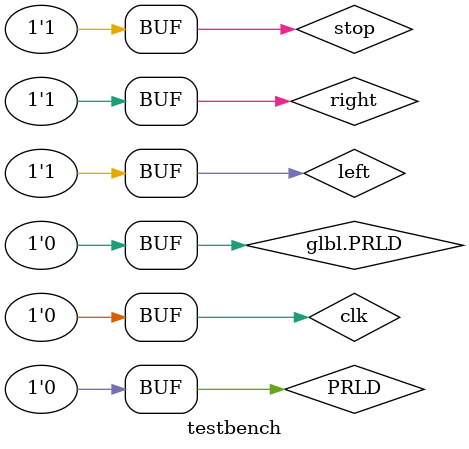
<source format=v>
`timescale 1ns/1ns


module testbench;
   
reg clk;
reg stop;
reg left;
reg right;
wire [3:0] q;
reg PRLD;

jc2_top UUT (
		.left(left),
		.right(right),
		.stop(stop),
		.clk(clk),
		.q(q)
	);

assign glbl.PRLD = PRLD;

initial
begin
	// --------------------
		PRLD = 1;
		clk = 0;
		left = 1;
		right = 1;
		stop = 1;
		// --------------------
		#100
		PRLD = 0;
		// --------------------
		#10
		clk = 1;
		// --------------------
		#10
		clk = 0;
		// --------------------
		#10
		clk = 1;
		// --------------------
		#10
		clk = 0;
		left = 0;
		// --------------------
		#10
		clk = 1;
		// --------------------
		#10
		clk = 0;
		left = 1;
		// --------------------
		#10
		clk = 1;
		// --------------------
		#10
		clk = 0;
		// --------------------
		#10
		clk = 1;
		// --------------------
		#10
		clk = 0;
		// --------------------
		#10
		clk = 1;
		// --------------------
		#10
		clk = 0;
		// --------------------
		#10
		clk = 1;
		// --------------------
		#10
		clk = 0;
		// --------------------
		#10
		clk = 1;
		// --------------------
		#10
		clk = 0;
		// --------------------
		#10
		clk = 1;
		// --------------------
		#10
		clk = 0;
		// --------------------
		#10
		clk = 1;
		// --------------------
		#10
		clk = 0;
		// --------------------
		#10
		clk = 1;
		// --------------------
		#10
		clk = 0;
		// --------------------
		#10
		clk = 1;
		// --------------------
		#10
		clk = 0;
		// --------------------
		#10
		clk = 1;
		// --------------------
		#10
		clk = 0;
		stop = 0;
		// --------------------
		#10
		clk = 1;
		// --------------------
		#10
		clk = 0;
		stop = 1;
		// --------------------
		#10
		clk = 1;
		// --------------------
		#10
		clk = 0;
		// --------------------
		#10
		clk = 1;
		// --------------------
		#10
		clk = 0;
		// --------------------
		#10
		clk = 1;
		// --------------------
		#10
		clk = 0;
		// --------------------
		#10
		clk = 1;
		// --------------------
		#10
		clk = 0;
		right = 0;
		// --------------------
		#10
		clk = 1;
		// --------------------
		#10
		clk = 0;
		right = 1;
		// --------------------
		#10
		clk = 1;
		// --------------------
		#10
		clk = 0;
		// --------------------
		#10
		clk = 1;
		// --------------------
		#10
		clk = 0;
		// --------------------
		#10
		clk = 1;
		// --------------------
		#10
		clk = 0;
		// --------------------
		#10
		clk = 1;
		// --------------------
		#10
		clk = 0;
		// --------------------
		#10
		clk = 1;
		// --------------------
		#10
		clk = 0;
		// --------------------
		#10
		clk = 1;
		// --------------------
		#10
		clk = 0;
		// --------------------
		#10
		clk = 1;
		// --------------------
		#10
		clk = 0;
		// --------------------
		#10
		clk = 1;
		// --------------------
		#10
		clk = 0;
		// --------------------
		#10
		clk = 1;
		// --------------------
		#10
		clk = 0;
		// --------------------
		#10
		clk = 1;
		// --------------------
		#10
		clk = 0;
		left = 0;
		// --------------------
		#10
		clk = 1;
		// --------------------
		#10
		clk = 0;
		left = 1;
		// --------------------
		#10
		clk = 1;
		// --------------------
		#10
		clk = 0;
		// --------------------
		#10
		clk = 1;
		// --------------------
		#10
		clk = 0;
		// --------------------
		#10
		clk = 1;
		// --------------------
		#10
		clk = 0;
		// --------------------
		#10
		clk = 1;
		// --------------------
		#10
		clk = 0;
		// --------------------
		#10
		clk = 1;
		// --------------------
		#10
		clk = 0;
		// --------------------
		#10
		clk = 1;
		// --------------------
		#10
		clk = 0;
		// --------------------
		#10
		clk = 1;
		// --------------------
		#10
		clk = 0;
		// --------------------
		#10
		clk = 1;
		// --------------------
		#10
		clk = 0;

end
endmodule

</source>
